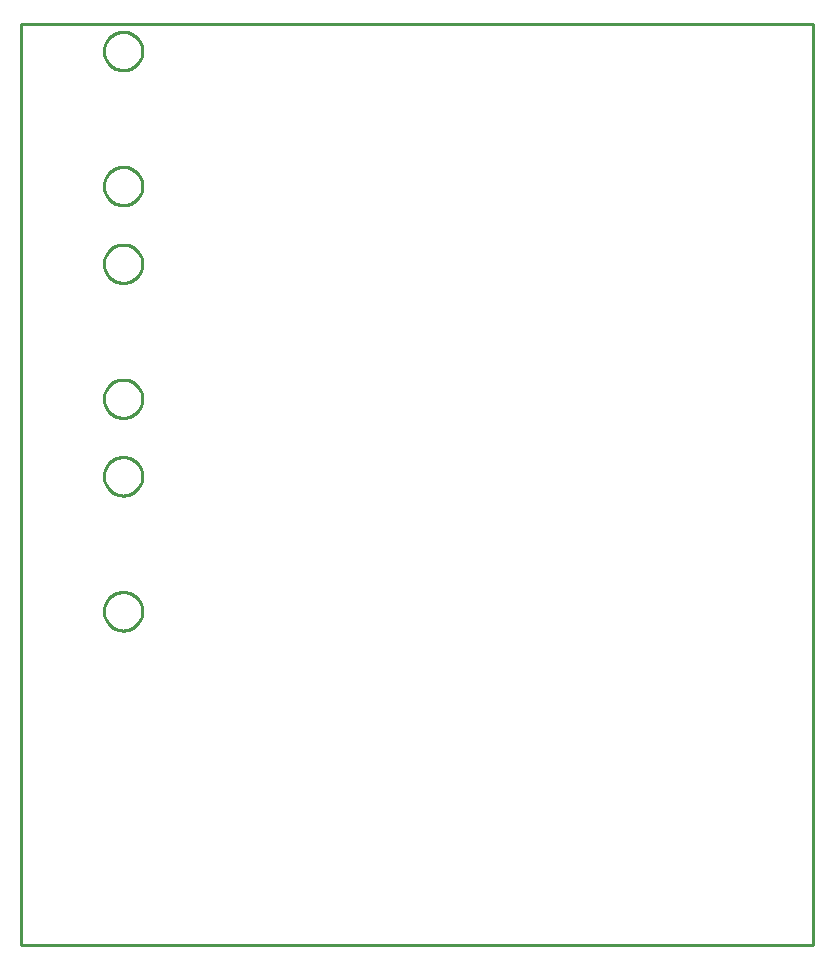
<source format=gbr>
G04 EAGLE Gerber RS-274X export*
G75*
%MOMM*%
%FSLAX34Y34*%
%LPD*%
%IN*%
%IPPOS*%
%AMOC8*
5,1,8,0,0,1.08239X$1,22.5*%
G01*
%ADD10C,0.254000*%


D10*
X630000Y-575000D02*
X1300000Y-575000D01*
X1300000Y205000D01*
X630000Y205000D01*
X630000Y-575000D01*
X715668Y-308400D02*
X714606Y-308330D01*
X713552Y-308192D01*
X712508Y-307984D01*
X711480Y-307709D01*
X710473Y-307367D01*
X709490Y-306959D01*
X708536Y-306489D01*
X707614Y-305957D01*
X706730Y-305366D01*
X705886Y-304718D01*
X705086Y-304017D01*
X704333Y-303264D01*
X703632Y-302464D01*
X702984Y-301620D01*
X702393Y-300736D01*
X701861Y-299814D01*
X701391Y-298860D01*
X700983Y-297877D01*
X700641Y-296870D01*
X700366Y-295842D01*
X700158Y-294798D01*
X700020Y-293744D01*
X699950Y-292682D01*
X699950Y-291618D01*
X700020Y-290556D01*
X700158Y-289502D01*
X700366Y-288458D01*
X700641Y-287430D01*
X700983Y-286423D01*
X701391Y-285440D01*
X701861Y-284486D01*
X702393Y-283564D01*
X702984Y-282680D01*
X703632Y-281836D01*
X704333Y-281036D01*
X705086Y-280283D01*
X705886Y-279582D01*
X706730Y-278934D01*
X707614Y-278343D01*
X708536Y-277811D01*
X709490Y-277341D01*
X710473Y-276933D01*
X711480Y-276591D01*
X712508Y-276316D01*
X713552Y-276108D01*
X714606Y-275970D01*
X715668Y-275900D01*
X716732Y-275900D01*
X717794Y-275970D01*
X718848Y-276108D01*
X719892Y-276316D01*
X720920Y-276591D01*
X721927Y-276933D01*
X722910Y-277341D01*
X723864Y-277811D01*
X724786Y-278343D01*
X725670Y-278934D01*
X726514Y-279582D01*
X727314Y-280283D01*
X728067Y-281036D01*
X728768Y-281836D01*
X729416Y-282680D01*
X730007Y-283564D01*
X730539Y-284486D01*
X731009Y-285440D01*
X731417Y-286423D01*
X731759Y-287430D01*
X732034Y-288458D01*
X732242Y-289502D01*
X732380Y-290556D01*
X732450Y-291618D01*
X732450Y-292682D01*
X732380Y-293744D01*
X732242Y-294798D01*
X732034Y-295842D01*
X731759Y-296870D01*
X731417Y-297877D01*
X731009Y-298860D01*
X730539Y-299814D01*
X730007Y-300736D01*
X729416Y-301620D01*
X728768Y-302464D01*
X728067Y-303264D01*
X727314Y-304017D01*
X726514Y-304718D01*
X725670Y-305366D01*
X724786Y-305957D01*
X723864Y-306489D01*
X722910Y-306959D01*
X721927Y-307367D01*
X720920Y-307709D01*
X719892Y-307984D01*
X718848Y-308192D01*
X717794Y-308330D01*
X716732Y-308400D01*
X715668Y-308400D01*
X715668Y-194100D02*
X714606Y-194030D01*
X713552Y-193892D01*
X712508Y-193684D01*
X711480Y-193409D01*
X710473Y-193067D01*
X709490Y-192659D01*
X708536Y-192189D01*
X707614Y-191657D01*
X706730Y-191066D01*
X705886Y-190418D01*
X705086Y-189717D01*
X704333Y-188964D01*
X703632Y-188164D01*
X702984Y-187320D01*
X702393Y-186436D01*
X701861Y-185514D01*
X701391Y-184560D01*
X700983Y-183577D01*
X700641Y-182570D01*
X700366Y-181542D01*
X700158Y-180498D01*
X700020Y-179444D01*
X699950Y-178382D01*
X699950Y-177318D01*
X700020Y-176256D01*
X700158Y-175202D01*
X700366Y-174158D01*
X700641Y-173130D01*
X700983Y-172123D01*
X701391Y-171140D01*
X701861Y-170186D01*
X702393Y-169264D01*
X702984Y-168380D01*
X703632Y-167536D01*
X704333Y-166736D01*
X705086Y-165983D01*
X705886Y-165282D01*
X706730Y-164634D01*
X707614Y-164043D01*
X708536Y-163511D01*
X709490Y-163041D01*
X710473Y-162633D01*
X711480Y-162291D01*
X712508Y-162016D01*
X713552Y-161808D01*
X714606Y-161670D01*
X715668Y-161600D01*
X716732Y-161600D01*
X717794Y-161670D01*
X718848Y-161808D01*
X719892Y-162016D01*
X720920Y-162291D01*
X721927Y-162633D01*
X722910Y-163041D01*
X723864Y-163511D01*
X724786Y-164043D01*
X725670Y-164634D01*
X726514Y-165282D01*
X727314Y-165983D01*
X728067Y-166736D01*
X728768Y-167536D01*
X729416Y-168380D01*
X730007Y-169264D01*
X730539Y-170186D01*
X731009Y-171140D01*
X731417Y-172123D01*
X731759Y-173130D01*
X732034Y-174158D01*
X732242Y-175202D01*
X732380Y-176256D01*
X732450Y-177318D01*
X732450Y-178382D01*
X732380Y-179444D01*
X732242Y-180498D01*
X732034Y-181542D01*
X731759Y-182570D01*
X731417Y-183577D01*
X731009Y-184560D01*
X730539Y-185514D01*
X730007Y-186436D01*
X729416Y-187320D01*
X728768Y-188164D01*
X728067Y-188964D01*
X727314Y-189717D01*
X726514Y-190418D01*
X725670Y-191066D01*
X724786Y-191657D01*
X723864Y-192189D01*
X722910Y-192659D01*
X721927Y-193067D01*
X720920Y-193409D01*
X719892Y-193684D01*
X718848Y-193892D01*
X717794Y-194030D01*
X716732Y-194100D01*
X715668Y-194100D01*
X715668Y-128400D02*
X714606Y-128330D01*
X713552Y-128192D01*
X712508Y-127984D01*
X711480Y-127709D01*
X710473Y-127367D01*
X709490Y-126959D01*
X708536Y-126489D01*
X707614Y-125957D01*
X706730Y-125366D01*
X705886Y-124718D01*
X705086Y-124017D01*
X704333Y-123264D01*
X703632Y-122464D01*
X702984Y-121620D01*
X702393Y-120736D01*
X701861Y-119814D01*
X701391Y-118860D01*
X700983Y-117877D01*
X700641Y-116870D01*
X700366Y-115842D01*
X700158Y-114798D01*
X700020Y-113744D01*
X699950Y-112682D01*
X699950Y-111618D01*
X700020Y-110556D01*
X700158Y-109502D01*
X700366Y-108458D01*
X700641Y-107430D01*
X700983Y-106423D01*
X701391Y-105440D01*
X701861Y-104486D01*
X702393Y-103564D01*
X702984Y-102680D01*
X703632Y-101836D01*
X704333Y-101036D01*
X705086Y-100283D01*
X705886Y-99582D01*
X706730Y-98934D01*
X707614Y-98343D01*
X708536Y-97811D01*
X709490Y-97341D01*
X710473Y-96933D01*
X711480Y-96591D01*
X712508Y-96316D01*
X713552Y-96108D01*
X714606Y-95970D01*
X715668Y-95900D01*
X716732Y-95900D01*
X717794Y-95970D01*
X718848Y-96108D01*
X719892Y-96316D01*
X720920Y-96591D01*
X721927Y-96933D01*
X722910Y-97341D01*
X723864Y-97811D01*
X724786Y-98343D01*
X725670Y-98934D01*
X726514Y-99582D01*
X727314Y-100283D01*
X728067Y-101036D01*
X728768Y-101836D01*
X729416Y-102680D01*
X730007Y-103564D01*
X730539Y-104486D01*
X731009Y-105440D01*
X731417Y-106423D01*
X731759Y-107430D01*
X732034Y-108458D01*
X732242Y-109502D01*
X732380Y-110556D01*
X732450Y-111618D01*
X732450Y-112682D01*
X732380Y-113744D01*
X732242Y-114798D01*
X732034Y-115842D01*
X731759Y-116870D01*
X731417Y-117877D01*
X731009Y-118860D01*
X730539Y-119814D01*
X730007Y-120736D01*
X729416Y-121620D01*
X728768Y-122464D01*
X728067Y-123264D01*
X727314Y-124017D01*
X726514Y-124718D01*
X725670Y-125366D01*
X724786Y-125957D01*
X723864Y-126489D01*
X722910Y-126959D01*
X721927Y-127367D01*
X720920Y-127709D01*
X719892Y-127984D01*
X718848Y-128192D01*
X717794Y-128330D01*
X716732Y-128400D01*
X715668Y-128400D01*
X715668Y-14100D02*
X714606Y-14030D01*
X713552Y-13892D01*
X712508Y-13684D01*
X711480Y-13409D01*
X710473Y-13067D01*
X709490Y-12659D01*
X708536Y-12189D01*
X707614Y-11657D01*
X706730Y-11066D01*
X705886Y-10418D01*
X705086Y-9717D01*
X704333Y-8964D01*
X703632Y-8164D01*
X702984Y-7320D01*
X702393Y-6436D01*
X701861Y-5514D01*
X701391Y-4560D01*
X700983Y-3577D01*
X700641Y-2570D01*
X700366Y-1542D01*
X700158Y-498D01*
X700020Y556D01*
X699950Y1618D01*
X699950Y2682D01*
X700020Y3744D01*
X700158Y4798D01*
X700366Y5842D01*
X700641Y6870D01*
X700983Y7877D01*
X701391Y8860D01*
X701861Y9814D01*
X702393Y10736D01*
X702984Y11620D01*
X703632Y12464D01*
X704333Y13264D01*
X705086Y14017D01*
X705886Y14718D01*
X706730Y15366D01*
X707614Y15957D01*
X708536Y16489D01*
X709490Y16959D01*
X710473Y17367D01*
X711480Y17709D01*
X712508Y17984D01*
X713552Y18192D01*
X714606Y18330D01*
X715668Y18400D01*
X716732Y18400D01*
X717794Y18330D01*
X718848Y18192D01*
X719892Y17984D01*
X720920Y17709D01*
X721927Y17367D01*
X722910Y16959D01*
X723864Y16489D01*
X724786Y15957D01*
X725670Y15366D01*
X726514Y14718D01*
X727314Y14017D01*
X728067Y13264D01*
X728768Y12464D01*
X729416Y11620D01*
X730007Y10736D01*
X730539Y9814D01*
X731009Y8860D01*
X731417Y7877D01*
X731759Y6870D01*
X732034Y5842D01*
X732242Y4798D01*
X732380Y3744D01*
X732450Y2682D01*
X732450Y1618D01*
X732380Y556D01*
X732242Y-498D01*
X732034Y-1542D01*
X731759Y-2570D01*
X731417Y-3577D01*
X731009Y-4560D01*
X730539Y-5514D01*
X730007Y-6436D01*
X729416Y-7320D01*
X728768Y-8164D01*
X728067Y-8964D01*
X727314Y-9717D01*
X726514Y-10418D01*
X725670Y-11066D01*
X724786Y-11657D01*
X723864Y-12189D01*
X722910Y-12659D01*
X721927Y-13067D01*
X720920Y-13409D01*
X719892Y-13684D01*
X718848Y-13892D01*
X717794Y-14030D01*
X716732Y-14100D01*
X715668Y-14100D01*
X715668Y51600D02*
X714606Y51670D01*
X713552Y51808D01*
X712508Y52016D01*
X711480Y52291D01*
X710473Y52633D01*
X709490Y53041D01*
X708536Y53511D01*
X707614Y54043D01*
X706730Y54634D01*
X705886Y55282D01*
X705086Y55983D01*
X704333Y56736D01*
X703632Y57536D01*
X702984Y58380D01*
X702393Y59264D01*
X701861Y60186D01*
X701391Y61140D01*
X700983Y62123D01*
X700641Y63130D01*
X700366Y64158D01*
X700158Y65202D01*
X700020Y66256D01*
X699950Y67318D01*
X699950Y68382D01*
X700020Y69444D01*
X700158Y70498D01*
X700366Y71542D01*
X700641Y72570D01*
X700983Y73577D01*
X701391Y74560D01*
X701861Y75514D01*
X702393Y76436D01*
X702984Y77320D01*
X703632Y78164D01*
X704333Y78964D01*
X705086Y79717D01*
X705886Y80418D01*
X706730Y81066D01*
X707614Y81657D01*
X708536Y82189D01*
X709490Y82659D01*
X710473Y83067D01*
X711480Y83409D01*
X712508Y83684D01*
X713552Y83892D01*
X714606Y84030D01*
X715668Y84100D01*
X716732Y84100D01*
X717794Y84030D01*
X718848Y83892D01*
X719892Y83684D01*
X720920Y83409D01*
X721927Y83067D01*
X722910Y82659D01*
X723864Y82189D01*
X724786Y81657D01*
X725670Y81066D01*
X726514Y80418D01*
X727314Y79717D01*
X728067Y78964D01*
X728768Y78164D01*
X729416Y77320D01*
X730007Y76436D01*
X730539Y75514D01*
X731009Y74560D01*
X731417Y73577D01*
X731759Y72570D01*
X732034Y71542D01*
X732242Y70498D01*
X732380Y69444D01*
X732450Y68382D01*
X732450Y67318D01*
X732380Y66256D01*
X732242Y65202D01*
X732034Y64158D01*
X731759Y63130D01*
X731417Y62123D01*
X731009Y61140D01*
X730539Y60186D01*
X730007Y59264D01*
X729416Y58380D01*
X728768Y57536D01*
X728067Y56736D01*
X727314Y55983D01*
X726514Y55282D01*
X725670Y54634D01*
X724786Y54043D01*
X723864Y53511D01*
X722910Y53041D01*
X721927Y52633D01*
X720920Y52291D01*
X719892Y52016D01*
X718848Y51808D01*
X717794Y51670D01*
X716732Y51600D01*
X715668Y51600D01*
X715668Y165900D02*
X714606Y165970D01*
X713552Y166108D01*
X712508Y166316D01*
X711480Y166591D01*
X710473Y166933D01*
X709490Y167341D01*
X708536Y167811D01*
X707614Y168343D01*
X706730Y168934D01*
X705886Y169582D01*
X705086Y170283D01*
X704333Y171036D01*
X703632Y171836D01*
X702984Y172680D01*
X702393Y173564D01*
X701861Y174486D01*
X701391Y175440D01*
X700983Y176423D01*
X700641Y177430D01*
X700366Y178458D01*
X700158Y179502D01*
X700020Y180556D01*
X699950Y181618D01*
X699950Y182682D01*
X700020Y183744D01*
X700158Y184798D01*
X700366Y185842D01*
X700641Y186870D01*
X700983Y187877D01*
X701391Y188860D01*
X701861Y189814D01*
X702393Y190736D01*
X702984Y191620D01*
X703632Y192464D01*
X704333Y193264D01*
X705086Y194017D01*
X705886Y194718D01*
X706730Y195366D01*
X707614Y195957D01*
X708536Y196489D01*
X709490Y196959D01*
X710473Y197367D01*
X711480Y197709D01*
X712508Y197984D01*
X713552Y198192D01*
X714606Y198330D01*
X715668Y198400D01*
X716732Y198400D01*
X717794Y198330D01*
X718848Y198192D01*
X719892Y197984D01*
X720920Y197709D01*
X721927Y197367D01*
X722910Y196959D01*
X723864Y196489D01*
X724786Y195957D01*
X725670Y195366D01*
X726514Y194718D01*
X727314Y194017D01*
X728067Y193264D01*
X728768Y192464D01*
X729416Y191620D01*
X730007Y190736D01*
X730539Y189814D01*
X731009Y188860D01*
X731417Y187877D01*
X731759Y186870D01*
X732034Y185842D01*
X732242Y184798D01*
X732380Y183744D01*
X732450Y182682D01*
X732450Y181618D01*
X732380Y180556D01*
X732242Y179502D01*
X732034Y178458D01*
X731759Y177430D01*
X731417Y176423D01*
X731009Y175440D01*
X730539Y174486D01*
X730007Y173564D01*
X729416Y172680D01*
X728768Y171836D01*
X728067Y171036D01*
X727314Y170283D01*
X726514Y169582D01*
X725670Y168934D01*
X724786Y168343D01*
X723864Y167811D01*
X722910Y167341D01*
X721927Y166933D01*
X720920Y166591D01*
X719892Y166316D01*
X718848Y166108D01*
X717794Y165970D01*
X716732Y165900D01*
X715668Y165900D01*
M02*

</source>
